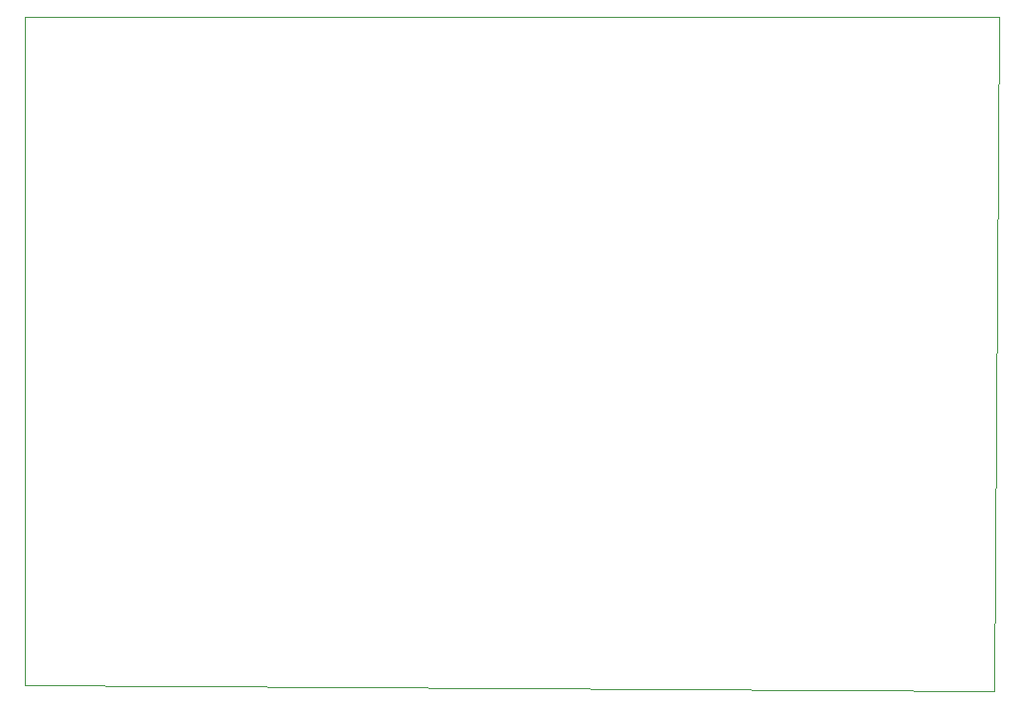
<source format=gbr>
%TF.GenerationSoftware,KiCad,Pcbnew,7.0.8*%
%TF.CreationDate,2024-02-12T15:09:04-05:00*%
%TF.ProjectId,wasabi(PCBlayout),77617361-6269-4285-9043-426c61796f75,rev?*%
%TF.SameCoordinates,Original*%
%TF.FileFunction,Profile,NP*%
%FSLAX46Y46*%
G04 Gerber Fmt 4.6, Leading zero omitted, Abs format (unit mm)*
G04 Created by KiCad (PCBNEW 7.0.8) date 2024-02-12 15:09:04*
%MOMM*%
%LPD*%
G01*
G04 APERTURE LIST*
%TA.AperFunction,Profile*%
%ADD10C,0.100000*%
%TD*%
G04 APERTURE END LIST*
D10*
X210000000Y-102000000D02*
X127500000Y-101500000D01*
X127500000Y-44500000D01*
X210500000Y-44500000D01*
X210000000Y-102000000D01*
M02*

</source>
